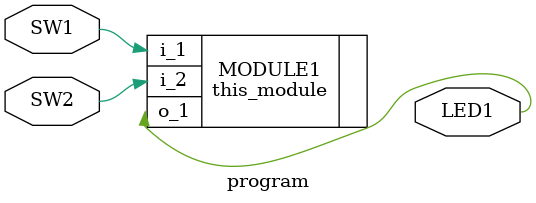
<source format=v>
module program (
    input SW1,
    input SW2,
    output LED1,
);

    this_module MODULE1 (
        .i_1(SW1),
        .i_2(SW2),
        .o_1(LED1),
    );

endmodule
</source>
